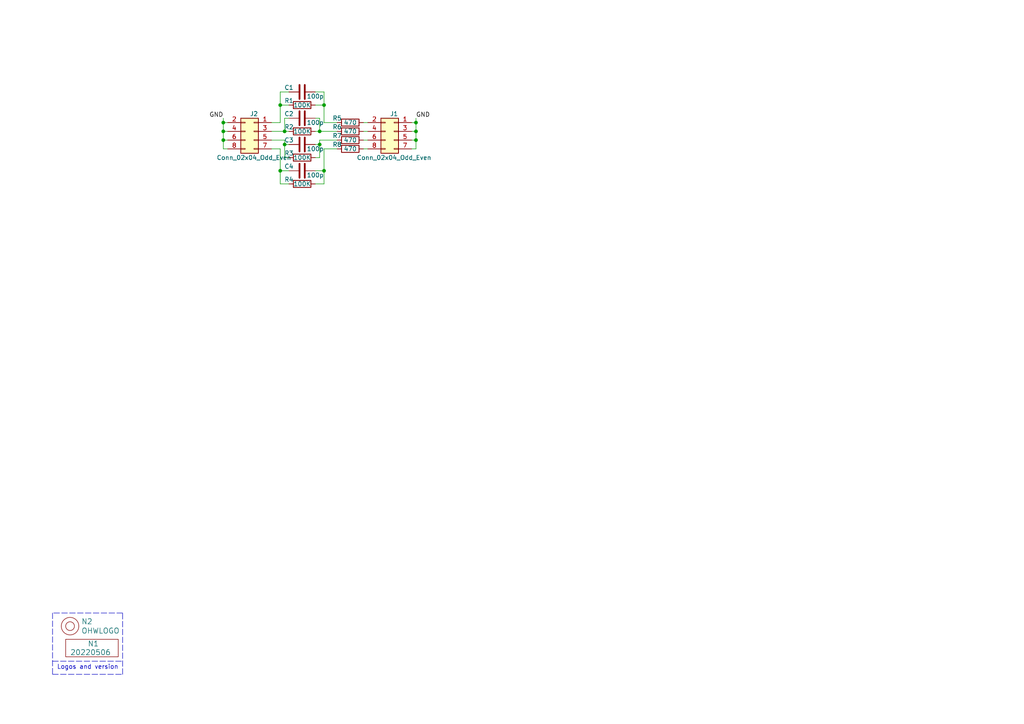
<source format=kicad_sch>
(kicad_sch (version 20211123) (generator eeschema)
  (paper "A4")
  (lib_symbols
    (symbol "Connector_Generic:Conn_02x04_Odd_Even" (pin_names (offset 1.016) hide)
      (property "Reference" "J" (at 1.27 5.08 0))
      (property "Value" "Conn_02x04_Odd_Even" (at 1.27 -7.62 0))
      (symbol "Conn_02x04_Odd_Even_1_1"
        (rectangle (start -1.27 -4.953) (end 0 -5.207) (stroke (width 0.1524)))
        (rectangle (start -1.27 -2.413) (end 0 -2.667) (stroke (width 0.1524)))
        (rectangle (start -1.27 0.127) (end 0 -0.127) (stroke (width 0.1524)))
        (rectangle (start -1.27 2.667) (end 0 2.413) (stroke (width 0.1524)))
        (rectangle (start -1.27 3.81) (end 3.81 -6.35) (stroke (width 0.254)) (fill (type background)))
        (rectangle (start 3.81 -4.953) (end 2.54 -5.207) (stroke (width 0.1524)))
        (rectangle (start 3.81 -2.413) (end 2.54 -2.667) (stroke (width 0.1524)))
        (rectangle (start 3.81 0.127) (end 2.54 -0.127) (stroke (width 0.1524)))
        (rectangle (start 3.81 2.667) (end 2.54 2.413) (stroke (width 0.1524)))
        (pin passive line (at -5.08 2.54 0) (length 3.81) (name "Pin_1") (number "1"))
        (pin passive line (at 7.62 2.54 180) (length 3.81) (name "Pin_2") (number "2"))
        (pin passive line (at -5.08 0 0) (length 3.81) (name "Pin_3") (number "3"))
        (pin passive line (at 7.62 0 180) (length 3.81) (name "Pin_4") (number "4"))
        (pin passive line (at -5.08 -2.54 0) (length 3.81) (name "Pin_5") (number "5"))
        (pin passive line (at 7.62 -2.54 180) (length 3.81) (name "Pin_6") (number "6"))
        (pin passive line (at -5.08 -5.08 0) (length 3.81) (name "Pin_7") (number "7"))
        (pin passive line (at 7.62 -5.08 180) (length 3.81) (name "Pin_8") (number "8"))
      )
    )
    (symbol "Device:C" (pin_numbers hide) (pin_names (offset 0.254))
      (property "Reference" "C" (at 0.635 2.54 0))
      (property "Value" "C" (at 0.635 -2.54 0))
      (symbol "C_0_1"
        (polyline (pts (xy -2.032 -0.762) (xy 2.032 -0.762)) (stroke (width 0.508)))
        (polyline (pts (xy -2.032 0.762) (xy 2.032 0.762)) (stroke (width 0.508)))
      )
      (symbol "C_1_1"
        (pin passive line (at 0 3.81 270) (length 2.794) (name "~") (number "1"))
        (pin passive line (at 0 -3.81 90) (length 2.794) (name "~") (number "2"))
      )
    )
    (symbol "Device:R" (pin_numbers hide) (pin_names (offset 0))
      (property "Reference" "R" (at 2.032 0 90))
      (property "Value" "R" (at 0 0 90))
      (symbol "R_0_1"
        (rectangle (start -1.016 -2.54) (end 1.016 2.54) (stroke (width 0.254)))
      )
      (symbol "R_1_1"
        (pin passive line (at 0 3.81 270) (length 1.27) (name "~") (number "1"))
        (pin passive line (at 0 -3.81 90) (length 1.27) (name "~") (number "2"))
      )
    )
    (symbol "SquantorLabels:OHWLOGO" (pin_names (offset 1.016))
      (property "Reference" "N" (at 0 3.81 0))
      (property "Value" "OHWLOGO" (at 0 -3.81 0))
      (symbol "OHWLOGO_0_1"
        (circle (center 0 0) (radius 1.27))
        (circle (center 0 0) (radius 2.54))
      )
    )
    (symbol "SquantorLabels:VYYYYMMDD" (pin_names (offset 1.016))
      (property "Reference" "N" (at 0 2.54 0))
      (property "Value" "VYYYYMMDD" (at 0 0 0))
      (symbol "VYYYYMMDD_0_1"
        (rectangle (start 7.62 -1.27) (end -7.62 3.81))
      )
    )
  )
  (junction (at 81.28 30.48))
  (junction (at 93.98 30.48))
  (junction (at 64.77 40.64))
  (junction (at 92.71 41.91))
  (junction (at 82.55 38.1))
  (junction (at 64.77 35.56))
  (junction (at 120.65 38.1))
  (junction (at 64.77 38.1))
  (junction (at 120.65 40.64))
  (junction (at 81.28 49.53))
  (junction (at 82.55 41.91))
  (junction (at 92.71 38.1))
  (junction (at 120.65 35.56))
  (junction (at 93.98 49.53))
  (wire (pts (xy 82.55 34.29) (xy 82.55 38.1)))
  (wire (pts (xy 83.82 26.67) (xy 81.28 26.67)))
  (wire (pts (xy 92.71 45.72) (xy 91.44 45.72)))
  (wire (pts (xy 81.28 43.18) (xy 78.74 43.18)))
  (wire (pts (xy 91.44 38.1) (xy 92.71 38.1)))
  (wire (pts (xy 92.71 34.29) (xy 91.44 34.29)))
  (wire (pts (xy 92.71 41.91) (xy 91.44 41.91)))
  (wire (pts (xy 92.71 38.1) (xy 92.71 34.29)))
  (wire (pts (xy 64.77 35.56) (xy 66.04 35.56)))
  (wire (pts (xy 82.55 41.91) (xy 82.55 40.64)))
  (wire (pts (xy 64.77 35.56) (xy 64.77 38.1)))
  (polyline (pts (xy 15.24 177.8) (xy 15.24 195.58)))
  (polyline (pts (xy 35.56 177.8) (xy 15.24 177.8)))
  (wire (pts (xy 81.28 35.56) (xy 78.74 35.56)))
  (wire (pts (xy 93.98 26.67) (xy 91.44 26.67)))
  (wire (pts (xy 64.77 38.1) (xy 66.04 38.1)))
  (wire (pts (xy 93.98 35.56) (xy 93.98 30.48)))
  (wire (pts (xy 81.28 26.67) (xy 81.28 30.48)))
  (wire (pts (xy 81.28 30.48) (xy 81.28 35.56)))
  (wire (pts (xy 119.38 40.64) (xy 120.65 40.64)))
  (wire (pts (xy 93.98 49.53) (xy 93.98 53.34)))
  (wire (pts (xy 105.41 40.64) (xy 106.68 40.64)))
  (wire (pts (xy 97.79 43.18) (xy 93.98 43.18)))
  (wire (pts (xy 93.98 43.18) (xy 93.98 49.53)))
  (wire (pts (xy 120.65 40.64) (xy 120.65 38.1)))
  (wire (pts (xy 81.28 49.53) (xy 81.28 43.18)))
  (wire (pts (xy 92.71 41.91) (xy 92.71 45.72)))
  (wire (pts (xy 81.28 53.34) (xy 83.82 53.34)))
  (wire (pts (xy 97.79 40.64) (xy 92.71 40.64)))
  (wire (pts (xy 64.77 43.18) (xy 66.04 43.18)))
  (wire (pts (xy 64.77 40.64) (xy 64.77 43.18)))
  (wire (pts (xy 119.38 35.56) (xy 120.65 35.56)))
  (wire (pts (xy 83.82 30.48) (xy 81.28 30.48)))
  (wire (pts (xy 93.98 30.48) (xy 93.98 26.67)))
  (wire (pts (xy 119.38 43.18) (xy 120.65 43.18)))
  (wire (pts (xy 120.65 35.56) (xy 120.65 34.29)))
  (wire (pts (xy 105.41 38.1) (xy 106.68 38.1)))
  (wire (pts (xy 81.28 53.34) (xy 81.28 49.53)))
  (wire (pts (xy 105.41 35.56) (xy 106.68 35.56)))
  (wire (pts (xy 82.55 45.72) (xy 82.55 41.91)))
  (wire (pts (xy 97.79 38.1) (xy 92.71 38.1)))
  (wire (pts (xy 78.74 38.1) (xy 82.55 38.1)))
  (wire (pts (xy 92.71 40.64) (xy 92.71 41.91)))
  (wire (pts (xy 64.77 38.1) (xy 64.77 40.64)))
  (wire (pts (xy 82.55 40.64) (xy 78.74 40.64)))
  (wire (pts (xy 105.41 43.18) (xy 106.68 43.18)))
  (wire (pts (xy 93.98 49.53) (xy 91.44 49.53)))
  (polyline (pts (xy 35.56 195.58) (xy 35.56 177.8)))
  (polyline (pts (xy 15.24 195.58) (xy 35.56 195.58)))
  (wire (pts (xy 91.44 53.34) (xy 93.98 53.34)))
  (wire (pts (xy 83.82 45.72) (xy 82.55 45.72)))
  (wire (pts (xy 119.38 38.1) (xy 120.65 38.1)))
  (wire (pts (xy 120.65 43.18) (xy 120.65 40.64)))
  (wire (pts (xy 64.77 34.29) (xy 64.77 35.56)))
  (wire (pts (xy 83.82 41.91) (xy 82.55 41.91)))
  (wire (pts (xy 120.65 38.1) (xy 120.65 35.56)))
  (wire (pts (xy 83.82 34.29) (xy 82.55 34.29)))
  (wire (pts (xy 82.55 38.1) (xy 83.82 38.1)))
  (wire (pts (xy 83.82 49.53) (xy 81.28 49.53)))
  (wire (pts (xy 64.77 40.64) (xy 66.04 40.64)))
  (wire (pts (xy 93.98 30.48) (xy 91.44 30.48)))
  (polyline (pts (xy 15.24 191.77) (xy 35.56 191.77)))
  (wire (pts (xy 97.79 35.56) (xy 93.98 35.56)))
  (text "Logos and version" (at 16.51 194.31 0) (effects (font (size 1.27 1.27)) (justify left bottom)))
  (label "GND" (at 64.77 34.29 180))
  (label "GND" (at 120.65 34.29 0))
  (symbol (lib_id "SquantorLabels:VYYYYMMDD") (at 26.67 189.23 0) (unit 1)
    (property "Reference" "N1" (at 25.4 186.69 0) (effects (font (size 1.524 1.524)) (justify left)))
    (property "Value" "20220506" (at 20.32 189.23 0) (effects (font (size 1.524 1.524)) (justify left)))
    (property "Footprint" "SquantorLabels:Label_Generic" (effects hide))
  )
  (symbol (lib_id "SquantorLabels:OHWLOGO") (at 20.32 181.61 0) (unit 1)
    (property "Reference" "N2" (at 23.5712 180.2638 0) (effects (font (size 1.524 1.524)) (justify left)))
    (property "Value" "OHWLOGO" (at 23.5712 182.9562 0) (effects (font (size 1.524 1.524)) (justify left)))
    (property "Footprint" "Symbol:OSHW-Symbol_6.7x6mm_SilkScreen" (effects hide))
  )
  (symbol (lib_id "Device:R") (at 87.63 45.72 90) (unit 1)
    (property "Reference" "R3" (at 83.82 44.45 90))
    (property "Value" "100K" (at 87.63 45.72 90))
    (property "Footprint" "SquantorRcl:R_0402_hand" (effects hide))
  )
  (symbol (lib_id "Connector_Generic:Conn_02x04_Odd_Even") (at 73.66 38.1 0) (mirror y) (unit 1)
    (property "Reference" "J2" (at 73.66 33.02 0))
    (property "Value" "Conn_02x04_Odd_Even" (at 73.66 45.72 0))
    (property "Footprint" "Connector_PinSocket_1.27mm:PinSocket_2x04_P1.27mm_Vertical" (effects hide))
  )
  (symbol (lib_id "Device:R") (at 87.63 53.34 90) (unit 1)
    (property "Reference" "R4" (at 83.82 52.07 90))
    (property "Value" "100K" (at 87.63 53.34 90))
    (property "Footprint" "SquantorRcl:R_0402_hand" (effects hide))
  )
  (symbol (lib_id "Device:R") (at 87.63 30.48 90) (unit 1)
    (property "Reference" "R1" (at 83.82 29.21 90))
    (property "Value" "100K" (at 87.63 30.48 90))
    (property "Footprint" "SquantorRcl:R_0402_hand" (effects hide))
  )
  (symbol (lib_id "Device:R") (at 87.63 38.1 90) (unit 1)
    (property "Reference" "R2" (at 83.82 36.83 90))
    (property "Value" "100K" (at 87.63 38.1 90))
    (property "Footprint" "SquantorRcl:R_0402_hand" (effects hide))
  )
  (symbol (lib_id "Device:R") (at 101.6 38.1 90) (unit 1)
    (property "Reference" "R6" (at 97.79 36.83 90))
    (property "Value" "470" (at 101.6 38.1 90))
    (property "Footprint" "SquantorRcl:R_0402_hand" (effects hide))
  )
  (symbol (lib_id "Device:C") (at 87.63 41.91 90) (unit 1)
    (property "Reference" "C3" (at 83.82 40.64 90))
    (property "Value" "100p" (at 91.44 43.18 90))
    (property "Footprint" "SquantorRcl:C_0402" (effects hide))
  )
  (symbol (lib_id "Device:C") (at 87.63 34.29 90) (unit 1)
    (property "Reference" "C2" (at 83.82 33.02 90))
    (property "Value" "100p" (at 91.44 35.56 90))
    (property "Footprint" "SquantorRcl:C_0402" (effects hide))
  )
  (symbol (lib_id "Device:C") (at 87.63 49.53 90) (unit 1)
    (property "Reference" "C4" (at 83.82 48.26 90))
    (property "Value" "100p" (at 91.44 50.8 90))
    (property "Footprint" "SquantorRcl:C_0402" (effects hide))
  )
  (symbol (lib_id "Device:C") (at 87.63 26.67 90) (unit 1)
    (property "Reference" "C1" (at 83.82 25.4 90))
    (property "Value" "100p" (at 91.44 27.94 90))
    (property "Footprint" "SquantorRcl:C_0402" (effects hide))
  )
  (symbol (lib_id "Connector_Generic:Conn_02x04_Odd_Even") (at 114.3 38.1 0) (mirror y) (unit 1)
    (property "Reference" "J1" (at 114.3 33.02 0))
    (property "Value" "Conn_02x04_Odd_Even" (at 114.3 45.72 0))
    (property "Footprint" "Connector_PinSocket_1.27mm:PinSocket_2x04_P1.27mm_Vertical" (effects hide))
  )
  (symbol (lib_id "Device:R") (at 101.6 43.18 90) (unit 1)
    (property "Reference" "R8" (at 97.79 41.91 90))
    (property "Value" "470" (at 101.6 43.18 90))
    (property "Footprint" "SquantorRcl:R_0402_hand" (effects hide))
  )
  (symbol (lib_id "Device:R") (at 101.6 35.56 90) (unit 1)
    (property "Reference" "R5" (at 97.79 34.29 90))
    (property "Value" "470" (at 101.6 35.56 90))
    (property "Footprint" "SquantorRcl:R_0402_hand" (effects hide))
  )
  (symbol (lib_id "Device:R") (at 101.6 40.64 90) (unit 1)
    (property "Reference" "R7" (at 97.79 39.37 90))
    (property "Value" "470" (at 101.6 40.64 90))
    (property "Footprint" "SquantorRcl:R_0402_hand" (effects hide))
  )
)
</source>
